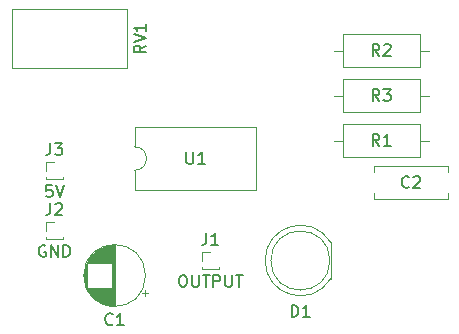
<source format=gbr>
%TF.GenerationSoftware,KiCad,Pcbnew,(5.1.6)-1*%
%TF.CreationDate,2020-09-25T13:44:17-07:00*%
%TF.ProjectId,555Timer,35353554-696d-4657-922e-6b696361645f,rev?*%
%TF.SameCoordinates,Original*%
%TF.FileFunction,Legend,Top*%
%TF.FilePolarity,Positive*%
%FSLAX46Y46*%
G04 Gerber Fmt 4.6, Leading zero omitted, Abs format (unit mm)*
G04 Created by KiCad (PCBNEW (5.1.6)-1) date 2020-09-25 13:44:17*
%MOMM*%
%LPD*%
G01*
G04 APERTURE LIST*
%ADD10C,0.120000*%
%ADD11C,0.150000*%
G04 APERTURE END LIST*
D10*
%TO.C,R2*%
X146336000Y-68226000D02*
X146336000Y-70966000D01*
X146336000Y-70966000D02*
X152876000Y-70966000D01*
X152876000Y-70966000D02*
X152876000Y-68226000D01*
X152876000Y-68226000D02*
X146336000Y-68226000D01*
X145566000Y-69596000D02*
X146336000Y-69596000D01*
X153646000Y-69596000D02*
X152876000Y-69596000D01*
%TO.C,C1*%
X129640000Y-88646000D02*
G75*
G03*
X129640000Y-88646000I-2620000J0D01*
G01*
X127020000Y-91226000D02*
X127020000Y-86066000D01*
X126980000Y-91226000D02*
X126980000Y-86066000D01*
X126940000Y-91225000D02*
X126940000Y-86067000D01*
X126900000Y-91224000D02*
X126900000Y-86068000D01*
X126860000Y-91222000D02*
X126860000Y-86070000D01*
X126820000Y-91219000D02*
X126820000Y-86073000D01*
X126780000Y-91215000D02*
X126780000Y-89686000D01*
X126780000Y-87606000D02*
X126780000Y-86077000D01*
X126740000Y-91211000D02*
X126740000Y-89686000D01*
X126740000Y-87606000D02*
X126740000Y-86081000D01*
X126700000Y-91207000D02*
X126700000Y-89686000D01*
X126700000Y-87606000D02*
X126700000Y-86085000D01*
X126660000Y-91202000D02*
X126660000Y-89686000D01*
X126660000Y-87606000D02*
X126660000Y-86090000D01*
X126620000Y-91196000D02*
X126620000Y-89686000D01*
X126620000Y-87606000D02*
X126620000Y-86096000D01*
X126580000Y-91189000D02*
X126580000Y-89686000D01*
X126580000Y-87606000D02*
X126580000Y-86103000D01*
X126540000Y-91182000D02*
X126540000Y-89686000D01*
X126540000Y-87606000D02*
X126540000Y-86110000D01*
X126500000Y-91174000D02*
X126500000Y-89686000D01*
X126500000Y-87606000D02*
X126500000Y-86118000D01*
X126460000Y-91166000D02*
X126460000Y-89686000D01*
X126460000Y-87606000D02*
X126460000Y-86126000D01*
X126420000Y-91157000D02*
X126420000Y-89686000D01*
X126420000Y-87606000D02*
X126420000Y-86135000D01*
X126380000Y-91147000D02*
X126380000Y-89686000D01*
X126380000Y-87606000D02*
X126380000Y-86145000D01*
X126340000Y-91137000D02*
X126340000Y-89686000D01*
X126340000Y-87606000D02*
X126340000Y-86155000D01*
X126299000Y-91126000D02*
X126299000Y-89686000D01*
X126299000Y-87606000D02*
X126299000Y-86166000D01*
X126259000Y-91114000D02*
X126259000Y-89686000D01*
X126259000Y-87606000D02*
X126259000Y-86178000D01*
X126219000Y-91101000D02*
X126219000Y-89686000D01*
X126219000Y-87606000D02*
X126219000Y-86191000D01*
X126179000Y-91088000D02*
X126179000Y-89686000D01*
X126179000Y-87606000D02*
X126179000Y-86204000D01*
X126139000Y-91074000D02*
X126139000Y-89686000D01*
X126139000Y-87606000D02*
X126139000Y-86218000D01*
X126099000Y-91060000D02*
X126099000Y-89686000D01*
X126099000Y-87606000D02*
X126099000Y-86232000D01*
X126059000Y-91044000D02*
X126059000Y-89686000D01*
X126059000Y-87606000D02*
X126059000Y-86248000D01*
X126019000Y-91028000D02*
X126019000Y-89686000D01*
X126019000Y-87606000D02*
X126019000Y-86264000D01*
X125979000Y-91011000D02*
X125979000Y-89686000D01*
X125979000Y-87606000D02*
X125979000Y-86281000D01*
X125939000Y-90994000D02*
X125939000Y-89686000D01*
X125939000Y-87606000D02*
X125939000Y-86298000D01*
X125899000Y-90975000D02*
X125899000Y-89686000D01*
X125899000Y-87606000D02*
X125899000Y-86317000D01*
X125859000Y-90956000D02*
X125859000Y-89686000D01*
X125859000Y-87606000D02*
X125859000Y-86336000D01*
X125819000Y-90936000D02*
X125819000Y-89686000D01*
X125819000Y-87606000D02*
X125819000Y-86356000D01*
X125779000Y-90914000D02*
X125779000Y-89686000D01*
X125779000Y-87606000D02*
X125779000Y-86378000D01*
X125739000Y-90893000D02*
X125739000Y-89686000D01*
X125739000Y-87606000D02*
X125739000Y-86399000D01*
X125699000Y-90870000D02*
X125699000Y-89686000D01*
X125699000Y-87606000D02*
X125699000Y-86422000D01*
X125659000Y-90846000D02*
X125659000Y-89686000D01*
X125659000Y-87606000D02*
X125659000Y-86446000D01*
X125619000Y-90821000D02*
X125619000Y-89686000D01*
X125619000Y-87606000D02*
X125619000Y-86471000D01*
X125579000Y-90795000D02*
X125579000Y-89686000D01*
X125579000Y-87606000D02*
X125579000Y-86497000D01*
X125539000Y-90768000D02*
X125539000Y-89686000D01*
X125539000Y-87606000D02*
X125539000Y-86524000D01*
X125499000Y-90741000D02*
X125499000Y-89686000D01*
X125499000Y-87606000D02*
X125499000Y-86551000D01*
X125459000Y-90711000D02*
X125459000Y-89686000D01*
X125459000Y-87606000D02*
X125459000Y-86581000D01*
X125419000Y-90681000D02*
X125419000Y-89686000D01*
X125419000Y-87606000D02*
X125419000Y-86611000D01*
X125379000Y-90650000D02*
X125379000Y-89686000D01*
X125379000Y-87606000D02*
X125379000Y-86642000D01*
X125339000Y-90617000D02*
X125339000Y-89686000D01*
X125339000Y-87606000D02*
X125339000Y-86675000D01*
X125299000Y-90583000D02*
X125299000Y-89686000D01*
X125299000Y-87606000D02*
X125299000Y-86709000D01*
X125259000Y-90547000D02*
X125259000Y-89686000D01*
X125259000Y-87606000D02*
X125259000Y-86745000D01*
X125219000Y-90510000D02*
X125219000Y-89686000D01*
X125219000Y-87606000D02*
X125219000Y-86782000D01*
X125179000Y-90472000D02*
X125179000Y-89686000D01*
X125179000Y-87606000D02*
X125179000Y-86820000D01*
X125139000Y-90431000D02*
X125139000Y-89686000D01*
X125139000Y-87606000D02*
X125139000Y-86861000D01*
X125099000Y-90389000D02*
X125099000Y-89686000D01*
X125099000Y-87606000D02*
X125099000Y-86903000D01*
X125059000Y-90345000D02*
X125059000Y-89686000D01*
X125059000Y-87606000D02*
X125059000Y-86947000D01*
X125019000Y-90299000D02*
X125019000Y-89686000D01*
X125019000Y-87606000D02*
X125019000Y-86993000D01*
X124979000Y-90251000D02*
X124979000Y-89686000D01*
X124979000Y-87606000D02*
X124979000Y-87041000D01*
X124939000Y-90200000D02*
X124939000Y-89686000D01*
X124939000Y-87606000D02*
X124939000Y-87092000D01*
X124899000Y-90146000D02*
X124899000Y-89686000D01*
X124899000Y-87606000D02*
X124899000Y-87146000D01*
X124859000Y-90089000D02*
X124859000Y-89686000D01*
X124859000Y-87606000D02*
X124859000Y-87203000D01*
X124819000Y-90029000D02*
X124819000Y-89686000D01*
X124819000Y-87606000D02*
X124819000Y-87263000D01*
X124779000Y-89965000D02*
X124779000Y-89686000D01*
X124779000Y-87606000D02*
X124779000Y-87327000D01*
X124739000Y-89897000D02*
X124739000Y-89686000D01*
X124739000Y-87606000D02*
X124739000Y-87395000D01*
X124699000Y-89824000D02*
X124699000Y-87468000D01*
X124659000Y-89744000D02*
X124659000Y-87548000D01*
X124619000Y-89657000D02*
X124619000Y-87635000D01*
X124579000Y-89561000D02*
X124579000Y-87731000D01*
X124539000Y-89451000D02*
X124539000Y-87841000D01*
X124499000Y-89323000D02*
X124499000Y-87969000D01*
X124459000Y-89164000D02*
X124459000Y-88128000D01*
X124419000Y-88930000D02*
X124419000Y-88362000D01*
X129824775Y-90121000D02*
X129324775Y-90121000D01*
X129574775Y-90371000D02*
X129574775Y-89871000D01*
%TO.C,C2*%
X148986000Y-79402000D02*
X155226000Y-79402000D01*
X148986000Y-82142000D02*
X155226000Y-82142000D01*
X148986000Y-79402000D02*
X148986000Y-79847000D01*
X148986000Y-81697000D02*
X148986000Y-82142000D01*
X155226000Y-79402000D02*
X155226000Y-79847000D01*
X155226000Y-81697000D02*
X155226000Y-82142000D01*
%TO.C,D1*%
X145248000Y-87376000D02*
G75*
G03*
X145248000Y-87376000I-2500000J0D01*
G01*
X145308000Y-88921000D02*
X145308000Y-85831000D01*
X139758000Y-87375538D02*
G75*
G03*
X145308000Y-88920830I2990000J-462D01*
G01*
X139758000Y-87376462D02*
G75*
G02*
X145308000Y-85831170I2990000J462D01*
G01*
%TO.C,J1*%
X134433000Y-88061000D02*
X135823000Y-88061000D01*
X134433000Y-88061000D02*
X134433000Y-87936000D01*
X135823000Y-88061000D02*
X135823000Y-87936000D01*
X134433000Y-88061000D02*
X134519724Y-88061000D01*
X135736276Y-88061000D02*
X135823000Y-88061000D01*
X134433000Y-87376000D02*
X134433000Y-86691000D01*
X134433000Y-86691000D02*
X135128000Y-86691000D01*
%TO.C,R3*%
X145566000Y-73406000D02*
X146336000Y-73406000D01*
X153646000Y-73406000D02*
X152876000Y-73406000D01*
X146336000Y-74776000D02*
X152876000Y-74776000D01*
X146336000Y-72036000D02*
X146336000Y-74776000D01*
X152876000Y-72036000D02*
X146336000Y-72036000D01*
X152876000Y-74776000D02*
X152876000Y-72036000D01*
%TO.C,RV1*%
X128075000Y-66045000D02*
X128075000Y-71115000D01*
X118305000Y-66045000D02*
X118305000Y-71115000D01*
X128075000Y-71115000D02*
X118305000Y-71115000D01*
X128075000Y-66045000D02*
X118305000Y-66045000D01*
%TO.C,U1*%
X128718000Y-79740000D02*
X128718000Y-81390000D01*
X128718000Y-81390000D02*
X138998000Y-81390000D01*
X138998000Y-81390000D02*
X138998000Y-76090000D01*
X138998000Y-76090000D02*
X128718000Y-76090000D01*
X128718000Y-76090000D02*
X128718000Y-77740000D01*
X128718000Y-77740000D02*
G75*
G02*
X128718000Y-79740000I0J-1000000D01*
G01*
%TO.C,J2*%
X121225000Y-84151000D02*
X121920000Y-84151000D01*
X121225000Y-84836000D02*
X121225000Y-84151000D01*
X122528276Y-85521000D02*
X122615000Y-85521000D01*
X121225000Y-85521000D02*
X121311724Y-85521000D01*
X122615000Y-85521000D02*
X122615000Y-85396000D01*
X121225000Y-85521000D02*
X121225000Y-85396000D01*
X121225000Y-85521000D02*
X122615000Y-85521000D01*
%TO.C,J3*%
X121225000Y-80441000D02*
X122615000Y-80441000D01*
X121225000Y-80441000D02*
X121225000Y-80316000D01*
X122615000Y-80441000D02*
X122615000Y-80316000D01*
X121225000Y-80441000D02*
X121311724Y-80441000D01*
X122528276Y-80441000D02*
X122615000Y-80441000D01*
X121225000Y-79756000D02*
X121225000Y-79071000D01*
X121225000Y-79071000D02*
X121920000Y-79071000D01*
%TO.C,R1*%
X145566000Y-77216000D02*
X146336000Y-77216000D01*
X153646000Y-77216000D02*
X152876000Y-77216000D01*
X146336000Y-78586000D02*
X152876000Y-78586000D01*
X146336000Y-75846000D02*
X146336000Y-78586000D01*
X152876000Y-75846000D02*
X146336000Y-75846000D01*
X152876000Y-78586000D02*
X152876000Y-75846000D01*
%TO.C,R2*%
D11*
X149439333Y-70048380D02*
X149106000Y-69572190D01*
X148867904Y-70048380D02*
X148867904Y-69048380D01*
X149248857Y-69048380D01*
X149344095Y-69096000D01*
X149391714Y-69143619D01*
X149439333Y-69238857D01*
X149439333Y-69381714D01*
X149391714Y-69476952D01*
X149344095Y-69524571D01*
X149248857Y-69572190D01*
X148867904Y-69572190D01*
X149820285Y-69143619D02*
X149867904Y-69096000D01*
X149963142Y-69048380D01*
X150201238Y-69048380D01*
X150296476Y-69096000D01*
X150344095Y-69143619D01*
X150391714Y-69238857D01*
X150391714Y-69334095D01*
X150344095Y-69476952D01*
X149772666Y-70048380D01*
X150391714Y-70048380D01*
%TO.C,C1*%
X126853333Y-92753142D02*
X126805714Y-92800761D01*
X126662857Y-92848380D01*
X126567619Y-92848380D01*
X126424761Y-92800761D01*
X126329523Y-92705523D01*
X126281904Y-92610285D01*
X126234285Y-92419809D01*
X126234285Y-92276952D01*
X126281904Y-92086476D01*
X126329523Y-91991238D01*
X126424761Y-91896000D01*
X126567619Y-91848380D01*
X126662857Y-91848380D01*
X126805714Y-91896000D01*
X126853333Y-91943619D01*
X127805714Y-92848380D02*
X127234285Y-92848380D01*
X127520000Y-92848380D02*
X127520000Y-91848380D01*
X127424761Y-91991238D01*
X127329523Y-92086476D01*
X127234285Y-92134095D01*
%TO.C,C2*%
X151939333Y-81129142D02*
X151891714Y-81176761D01*
X151748857Y-81224380D01*
X151653619Y-81224380D01*
X151510761Y-81176761D01*
X151415523Y-81081523D01*
X151367904Y-80986285D01*
X151320285Y-80795809D01*
X151320285Y-80652952D01*
X151367904Y-80462476D01*
X151415523Y-80367238D01*
X151510761Y-80272000D01*
X151653619Y-80224380D01*
X151748857Y-80224380D01*
X151891714Y-80272000D01*
X151939333Y-80319619D01*
X152320285Y-80319619D02*
X152367904Y-80272000D01*
X152463142Y-80224380D01*
X152701238Y-80224380D01*
X152796476Y-80272000D01*
X152844095Y-80319619D01*
X152891714Y-80414857D01*
X152891714Y-80510095D01*
X152844095Y-80652952D01*
X152272666Y-81224380D01*
X152891714Y-81224380D01*
%TO.C,D1*%
X142009904Y-92146380D02*
X142009904Y-91146380D01*
X142248000Y-91146380D01*
X142390857Y-91194000D01*
X142486095Y-91289238D01*
X142533714Y-91384476D01*
X142581333Y-91574952D01*
X142581333Y-91717809D01*
X142533714Y-91908285D01*
X142486095Y-92003523D01*
X142390857Y-92098761D01*
X142248000Y-92146380D01*
X142009904Y-92146380D01*
X143533714Y-92146380D02*
X142962285Y-92146380D01*
X143248000Y-92146380D02*
X143248000Y-91146380D01*
X143152761Y-91289238D01*
X143057523Y-91384476D01*
X142962285Y-91432095D01*
%TO.C,J1*%
X134794666Y-85050380D02*
X134794666Y-85764666D01*
X134747047Y-85907523D01*
X134651809Y-86002761D01*
X134508952Y-86050380D01*
X134413714Y-86050380D01*
X135794666Y-86050380D02*
X135223238Y-86050380D01*
X135508952Y-86050380D02*
X135508952Y-85050380D01*
X135413714Y-85193238D01*
X135318476Y-85288476D01*
X135223238Y-85336095D01*
X132723238Y-88606380D02*
X132913714Y-88606380D01*
X133008952Y-88654000D01*
X133104190Y-88749238D01*
X133151809Y-88939714D01*
X133151809Y-89273047D01*
X133104190Y-89463523D01*
X133008952Y-89558761D01*
X132913714Y-89606380D01*
X132723238Y-89606380D01*
X132628000Y-89558761D01*
X132532761Y-89463523D01*
X132485142Y-89273047D01*
X132485142Y-88939714D01*
X132532761Y-88749238D01*
X132628000Y-88654000D01*
X132723238Y-88606380D01*
X133580380Y-88606380D02*
X133580380Y-89415904D01*
X133628000Y-89511142D01*
X133675619Y-89558761D01*
X133770857Y-89606380D01*
X133961333Y-89606380D01*
X134056571Y-89558761D01*
X134104190Y-89511142D01*
X134151809Y-89415904D01*
X134151809Y-88606380D01*
X134485142Y-88606380D02*
X135056571Y-88606380D01*
X134770857Y-89606380D02*
X134770857Y-88606380D01*
X135389904Y-89606380D02*
X135389904Y-88606380D01*
X135770857Y-88606380D01*
X135866095Y-88654000D01*
X135913714Y-88701619D01*
X135961333Y-88796857D01*
X135961333Y-88939714D01*
X135913714Y-89034952D01*
X135866095Y-89082571D01*
X135770857Y-89130190D01*
X135389904Y-89130190D01*
X136389904Y-88606380D02*
X136389904Y-89415904D01*
X136437523Y-89511142D01*
X136485142Y-89558761D01*
X136580380Y-89606380D01*
X136770857Y-89606380D01*
X136866095Y-89558761D01*
X136913714Y-89511142D01*
X136961333Y-89415904D01*
X136961333Y-88606380D01*
X137294666Y-88606380D02*
X137866095Y-88606380D01*
X137580380Y-89606380D02*
X137580380Y-88606380D01*
%TO.C,R3*%
X149439333Y-73858380D02*
X149106000Y-73382190D01*
X148867904Y-73858380D02*
X148867904Y-72858380D01*
X149248857Y-72858380D01*
X149344095Y-72906000D01*
X149391714Y-72953619D01*
X149439333Y-73048857D01*
X149439333Y-73191714D01*
X149391714Y-73286952D01*
X149344095Y-73334571D01*
X149248857Y-73382190D01*
X148867904Y-73382190D01*
X149772666Y-72858380D02*
X150391714Y-72858380D01*
X150058380Y-73239333D01*
X150201238Y-73239333D01*
X150296476Y-73286952D01*
X150344095Y-73334571D01*
X150391714Y-73429809D01*
X150391714Y-73667904D01*
X150344095Y-73763142D01*
X150296476Y-73810761D01*
X150201238Y-73858380D01*
X149915523Y-73858380D01*
X149820285Y-73810761D01*
X149772666Y-73763142D01*
%TO.C,RV1*%
X129657380Y-69175238D02*
X129181190Y-69508571D01*
X129657380Y-69746666D02*
X128657380Y-69746666D01*
X128657380Y-69365714D01*
X128705000Y-69270476D01*
X128752619Y-69222857D01*
X128847857Y-69175238D01*
X128990714Y-69175238D01*
X129085952Y-69222857D01*
X129133571Y-69270476D01*
X129181190Y-69365714D01*
X129181190Y-69746666D01*
X128657380Y-68889523D02*
X129657380Y-68556190D01*
X128657380Y-68222857D01*
X129657380Y-67365714D02*
X129657380Y-67937142D01*
X129657380Y-67651428D02*
X128657380Y-67651428D01*
X128800238Y-67746666D01*
X128895476Y-67841904D01*
X128943095Y-67937142D01*
%TO.C,U1*%
X133096095Y-78192380D02*
X133096095Y-79001904D01*
X133143714Y-79097142D01*
X133191333Y-79144761D01*
X133286571Y-79192380D01*
X133477047Y-79192380D01*
X133572285Y-79144761D01*
X133619904Y-79097142D01*
X133667523Y-79001904D01*
X133667523Y-78192380D01*
X134667523Y-79192380D02*
X134096095Y-79192380D01*
X134381809Y-79192380D02*
X134381809Y-78192380D01*
X134286571Y-78335238D01*
X134191333Y-78430476D01*
X134096095Y-78478095D01*
%TO.C,J2*%
X121586666Y-82510380D02*
X121586666Y-83224666D01*
X121539047Y-83367523D01*
X121443809Y-83462761D01*
X121300952Y-83510380D01*
X121205714Y-83510380D01*
X122015238Y-82605619D02*
X122062857Y-82558000D01*
X122158095Y-82510380D01*
X122396190Y-82510380D01*
X122491428Y-82558000D01*
X122539047Y-82605619D01*
X122586666Y-82700857D01*
X122586666Y-82796095D01*
X122539047Y-82938952D01*
X121967619Y-83510380D01*
X122586666Y-83510380D01*
X121158095Y-86114000D02*
X121062857Y-86066380D01*
X120920000Y-86066380D01*
X120777142Y-86114000D01*
X120681904Y-86209238D01*
X120634285Y-86304476D01*
X120586666Y-86494952D01*
X120586666Y-86637809D01*
X120634285Y-86828285D01*
X120681904Y-86923523D01*
X120777142Y-87018761D01*
X120920000Y-87066380D01*
X121015238Y-87066380D01*
X121158095Y-87018761D01*
X121205714Y-86971142D01*
X121205714Y-86637809D01*
X121015238Y-86637809D01*
X121634285Y-87066380D02*
X121634285Y-86066380D01*
X122205714Y-87066380D01*
X122205714Y-86066380D01*
X122681904Y-87066380D02*
X122681904Y-86066380D01*
X122920000Y-86066380D01*
X123062857Y-86114000D01*
X123158095Y-86209238D01*
X123205714Y-86304476D01*
X123253333Y-86494952D01*
X123253333Y-86637809D01*
X123205714Y-86828285D01*
X123158095Y-86923523D01*
X123062857Y-87018761D01*
X122920000Y-87066380D01*
X122681904Y-87066380D01*
%TO.C,J3*%
X121586666Y-77430380D02*
X121586666Y-78144666D01*
X121539047Y-78287523D01*
X121443809Y-78382761D01*
X121300952Y-78430380D01*
X121205714Y-78430380D01*
X121967619Y-77430380D02*
X122586666Y-77430380D01*
X122253333Y-77811333D01*
X122396190Y-77811333D01*
X122491428Y-77858952D01*
X122539047Y-77906571D01*
X122586666Y-78001809D01*
X122586666Y-78239904D01*
X122539047Y-78335142D01*
X122491428Y-78382761D01*
X122396190Y-78430380D01*
X122110476Y-78430380D01*
X122015238Y-78382761D01*
X121967619Y-78335142D01*
X121729523Y-80986380D02*
X121253333Y-80986380D01*
X121205714Y-81462571D01*
X121253333Y-81414952D01*
X121348571Y-81367333D01*
X121586666Y-81367333D01*
X121681904Y-81414952D01*
X121729523Y-81462571D01*
X121777142Y-81557809D01*
X121777142Y-81795904D01*
X121729523Y-81891142D01*
X121681904Y-81938761D01*
X121586666Y-81986380D01*
X121348571Y-81986380D01*
X121253333Y-81938761D01*
X121205714Y-81891142D01*
X122062857Y-80986380D02*
X122396190Y-81986380D01*
X122729523Y-80986380D01*
%TO.C,R1*%
X149439333Y-77668380D02*
X149106000Y-77192190D01*
X148867904Y-77668380D02*
X148867904Y-76668380D01*
X149248857Y-76668380D01*
X149344095Y-76716000D01*
X149391714Y-76763619D01*
X149439333Y-76858857D01*
X149439333Y-77001714D01*
X149391714Y-77096952D01*
X149344095Y-77144571D01*
X149248857Y-77192190D01*
X148867904Y-77192190D01*
X150391714Y-77668380D02*
X149820285Y-77668380D01*
X150106000Y-77668380D02*
X150106000Y-76668380D01*
X150010761Y-76811238D01*
X149915523Y-76906476D01*
X149820285Y-76954095D01*
%TD*%
M02*

</source>
